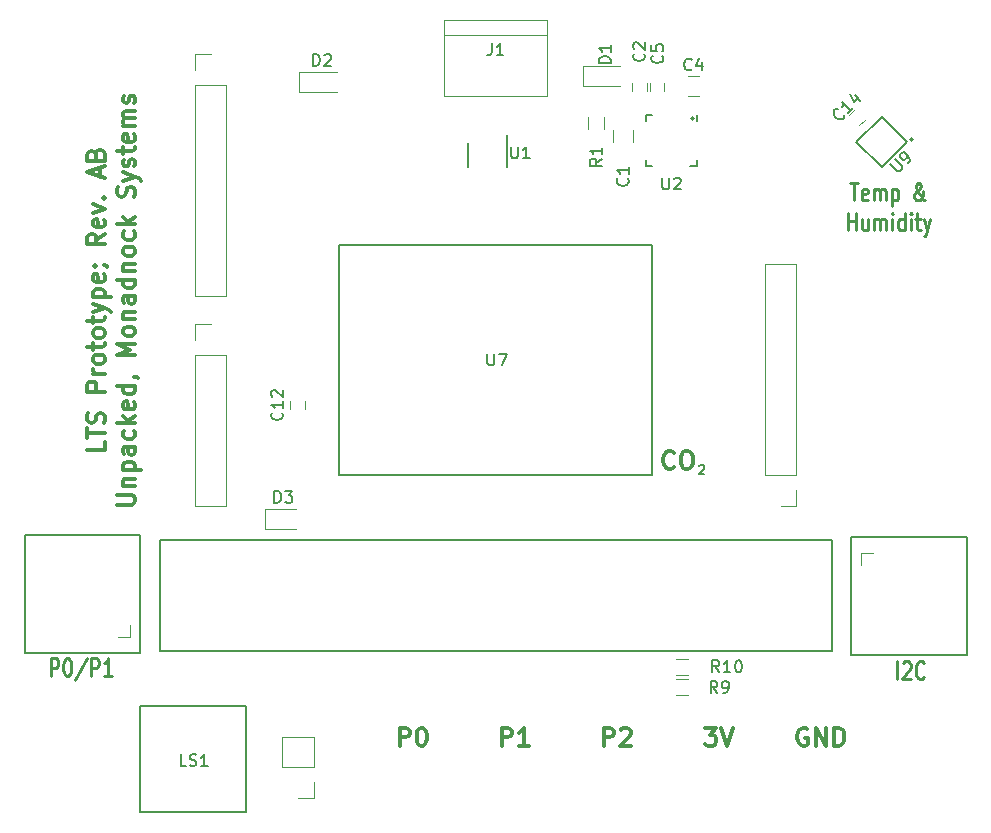
<source format=gto>
G04 #@! TF.FileFunction,Legend,Top*
%FSLAX46Y46*%
G04 Gerber Fmt 4.6, Leading zero omitted, Abs format (unit mm)*
G04 Created by KiCad (PCBNEW 4.0.7) date Wed Mar 14 11:03:06 2018*
%MOMM*%
%LPD*%
G01*
G04 APERTURE LIST*
%ADD10C,0.025400*%
%ADD11C,0.285750*%
%ADD12C,0.254000*%
%ADD13C,0.200000*%
%ADD14C,0.300000*%
%ADD15C,0.190500*%
%ADD16C,0.150000*%
%ADD17C,0.120000*%
G04 APERTURE END LIST*
D10*
D11*
X160009100Y-82521096D02*
X160662243Y-82521096D01*
X160335672Y-84021096D02*
X160335672Y-82521096D01*
X161478671Y-83949668D02*
X161369814Y-84021096D01*
X161152100Y-84021096D01*
X161043243Y-83949668D01*
X160988814Y-83806811D01*
X160988814Y-83235382D01*
X161043243Y-83092525D01*
X161152100Y-83021096D01*
X161369814Y-83021096D01*
X161478671Y-83092525D01*
X161533100Y-83235382D01*
X161533100Y-83378239D01*
X160988814Y-83521096D01*
X162022957Y-84021096D02*
X162022957Y-83021096D01*
X162022957Y-83163954D02*
X162077385Y-83092525D01*
X162186243Y-83021096D01*
X162349528Y-83021096D01*
X162458385Y-83092525D01*
X162512814Y-83235382D01*
X162512814Y-84021096D01*
X162512814Y-83235382D02*
X162567243Y-83092525D01*
X162676100Y-83021096D01*
X162839385Y-83021096D01*
X162948243Y-83092525D01*
X163002671Y-83235382D01*
X163002671Y-84021096D01*
X163546957Y-83021096D02*
X163546957Y-84521096D01*
X163546957Y-83092525D02*
X163655814Y-83021096D01*
X163873528Y-83021096D01*
X163982385Y-83092525D01*
X164036814Y-83163954D01*
X164091243Y-83306811D01*
X164091243Y-83735382D01*
X164036814Y-83878239D01*
X163982385Y-83949668D01*
X163873528Y-84021096D01*
X163655814Y-84021096D01*
X163546957Y-83949668D01*
X166377243Y-84021096D02*
X166322814Y-84021096D01*
X166213957Y-83949668D01*
X166050671Y-83735382D01*
X165778528Y-83306811D01*
X165669671Y-83092525D01*
X165615243Y-82878239D01*
X165615243Y-82735382D01*
X165669671Y-82592525D01*
X165778528Y-82521096D01*
X165832957Y-82521096D01*
X165941814Y-82592525D01*
X165996243Y-82735382D01*
X165996243Y-82806811D01*
X165941814Y-82949668D01*
X165887385Y-83021096D01*
X165560814Y-83306811D01*
X165506385Y-83378239D01*
X165451957Y-83521096D01*
X165451957Y-83735382D01*
X165506385Y-83878239D01*
X165560814Y-83949668D01*
X165669671Y-84021096D01*
X165832957Y-84021096D01*
X165941814Y-83949668D01*
X165996243Y-83878239D01*
X166159528Y-83592525D01*
X166213957Y-83378239D01*
X166213957Y-83235382D01*
X159818600Y-86556846D02*
X159818600Y-85056846D01*
X159818600Y-85771132D02*
X160471743Y-85771132D01*
X160471743Y-86556846D02*
X160471743Y-85056846D01*
X161505886Y-85556846D02*
X161505886Y-86556846D01*
X161016029Y-85556846D02*
X161016029Y-86342561D01*
X161070457Y-86485418D01*
X161179315Y-86556846D01*
X161342600Y-86556846D01*
X161451457Y-86485418D01*
X161505886Y-86413989D01*
X162050172Y-86556846D02*
X162050172Y-85556846D01*
X162050172Y-85699704D02*
X162104600Y-85628275D01*
X162213458Y-85556846D01*
X162376743Y-85556846D01*
X162485600Y-85628275D01*
X162540029Y-85771132D01*
X162540029Y-86556846D01*
X162540029Y-85771132D02*
X162594458Y-85628275D01*
X162703315Y-85556846D01*
X162866600Y-85556846D01*
X162975458Y-85628275D01*
X163029886Y-85771132D01*
X163029886Y-86556846D01*
X163574172Y-86556846D02*
X163574172Y-85556846D01*
X163574172Y-85056846D02*
X163519743Y-85128275D01*
X163574172Y-85199704D01*
X163628600Y-85128275D01*
X163574172Y-85056846D01*
X163574172Y-85199704D01*
X164608315Y-86556846D02*
X164608315Y-85056846D01*
X164608315Y-86485418D02*
X164499458Y-86556846D01*
X164281744Y-86556846D01*
X164172886Y-86485418D01*
X164118458Y-86413989D01*
X164064029Y-86271132D01*
X164064029Y-85842561D01*
X164118458Y-85699704D01*
X164172886Y-85628275D01*
X164281744Y-85556846D01*
X164499458Y-85556846D01*
X164608315Y-85628275D01*
X165152601Y-86556846D02*
X165152601Y-85556846D01*
X165152601Y-85056846D02*
X165098172Y-85128275D01*
X165152601Y-85199704D01*
X165207029Y-85128275D01*
X165152601Y-85056846D01*
X165152601Y-85199704D01*
X165533601Y-85556846D02*
X165969030Y-85556846D01*
X165696887Y-85056846D02*
X165696887Y-86342561D01*
X165751315Y-86485418D01*
X165860173Y-86556846D01*
X165969030Y-86556846D01*
X166241173Y-85556846D02*
X166513316Y-86556846D01*
X166785458Y-85556846D02*
X166513316Y-86556846D01*
X166404458Y-86913989D01*
X166350030Y-86985418D01*
X166241173Y-87056846D01*
D12*
X92309458Y-124288971D02*
X92309458Y-122788971D01*
X92744886Y-122788971D01*
X92853744Y-122860400D01*
X92908172Y-122931829D01*
X92962601Y-123074686D01*
X92962601Y-123288971D01*
X92908172Y-123431829D01*
X92853744Y-123503257D01*
X92744886Y-123574686D01*
X92309458Y-123574686D01*
X93670172Y-122788971D02*
X93779029Y-122788971D01*
X93887886Y-122860400D01*
X93942315Y-122931829D01*
X93996744Y-123074686D01*
X94051172Y-123360400D01*
X94051172Y-123717543D01*
X93996744Y-124003257D01*
X93942315Y-124146114D01*
X93887886Y-124217543D01*
X93779029Y-124288971D01*
X93670172Y-124288971D01*
X93561315Y-124217543D01*
X93506886Y-124146114D01*
X93452458Y-124003257D01*
X93398029Y-123717543D01*
X93398029Y-123360400D01*
X93452458Y-123074686D01*
X93506886Y-122931829D01*
X93561315Y-122860400D01*
X93670172Y-122788971D01*
X95357457Y-122717543D02*
X94377743Y-124646114D01*
X95738458Y-124288971D02*
X95738458Y-122788971D01*
X96173886Y-122788971D01*
X96282744Y-122860400D01*
X96337172Y-122931829D01*
X96391601Y-123074686D01*
X96391601Y-123288971D01*
X96337172Y-123431829D01*
X96282744Y-123503257D01*
X96173886Y-123574686D01*
X95738458Y-123574686D01*
X97480172Y-124288971D02*
X96827029Y-124288971D01*
X97153601Y-124288971D02*
X97153601Y-122788971D01*
X97044744Y-123003257D01*
X96935886Y-123146114D01*
X96827029Y-123217543D01*
D11*
X163981815Y-124548971D02*
X163981815Y-123048971D01*
X164471672Y-123191829D02*
X164526101Y-123120400D01*
X164634958Y-123048971D01*
X164907101Y-123048971D01*
X165015958Y-123120400D01*
X165070387Y-123191829D01*
X165124815Y-123334686D01*
X165124815Y-123477543D01*
X165070387Y-123691829D01*
X164417244Y-124548971D01*
X165124815Y-124548971D01*
X166267815Y-124406114D02*
X166213386Y-124477543D01*
X166050100Y-124548971D01*
X165941243Y-124548971D01*
X165777958Y-124477543D01*
X165669100Y-124334686D01*
X165614672Y-124191829D01*
X165560243Y-123906114D01*
X165560243Y-123691829D01*
X165614672Y-123406114D01*
X165669100Y-123263257D01*
X165777958Y-123120400D01*
X165941243Y-123048971D01*
X166050100Y-123048971D01*
X166213386Y-123120400D01*
X166267815Y-123191829D01*
D13*
X165309544Y-78873668D02*
G75*
G03X165309544Y-78873668I-127001J0D01*
G01*
X146772000Y-77049000D02*
G75*
G03X146772000Y-77049000I-127000J0D01*
G01*
D14*
X96903571Y-104428570D02*
X96903571Y-105142856D01*
X95403571Y-105142856D01*
X95403571Y-104142856D02*
X95403571Y-103285713D01*
X96903571Y-103714284D02*
X95403571Y-103714284D01*
X96832143Y-102857142D02*
X96903571Y-102642856D01*
X96903571Y-102285713D01*
X96832143Y-102142856D01*
X96760714Y-102071427D01*
X96617857Y-101999999D01*
X96475000Y-101999999D01*
X96332143Y-102071427D01*
X96260714Y-102142856D01*
X96189286Y-102285713D01*
X96117857Y-102571427D01*
X96046429Y-102714285D01*
X95975000Y-102785713D01*
X95832143Y-102857142D01*
X95689286Y-102857142D01*
X95546429Y-102785713D01*
X95475000Y-102714285D01*
X95403571Y-102571427D01*
X95403571Y-102214285D01*
X95475000Y-101999999D01*
X96903571Y-100214285D02*
X95403571Y-100214285D01*
X95403571Y-99642857D01*
X95475000Y-99499999D01*
X95546429Y-99428571D01*
X95689286Y-99357142D01*
X95903571Y-99357142D01*
X96046429Y-99428571D01*
X96117857Y-99499999D01*
X96189286Y-99642857D01*
X96189286Y-100214285D01*
X96903571Y-98714285D02*
X95903571Y-98714285D01*
X96189286Y-98714285D02*
X96046429Y-98642857D01*
X95975000Y-98571428D01*
X95903571Y-98428571D01*
X95903571Y-98285714D01*
X96903571Y-97571428D02*
X96832143Y-97714286D01*
X96760714Y-97785714D01*
X96617857Y-97857143D01*
X96189286Y-97857143D01*
X96046429Y-97785714D01*
X95975000Y-97714286D01*
X95903571Y-97571428D01*
X95903571Y-97357143D01*
X95975000Y-97214286D01*
X96046429Y-97142857D01*
X96189286Y-97071428D01*
X96617857Y-97071428D01*
X96760714Y-97142857D01*
X96832143Y-97214286D01*
X96903571Y-97357143D01*
X96903571Y-97571428D01*
X95903571Y-96642857D02*
X95903571Y-96071428D01*
X95403571Y-96428571D02*
X96689286Y-96428571D01*
X96832143Y-96357143D01*
X96903571Y-96214285D01*
X96903571Y-96071428D01*
X96903571Y-95357142D02*
X96832143Y-95500000D01*
X96760714Y-95571428D01*
X96617857Y-95642857D01*
X96189286Y-95642857D01*
X96046429Y-95571428D01*
X95975000Y-95500000D01*
X95903571Y-95357142D01*
X95903571Y-95142857D01*
X95975000Y-95000000D01*
X96046429Y-94928571D01*
X96189286Y-94857142D01*
X96617857Y-94857142D01*
X96760714Y-94928571D01*
X96832143Y-95000000D01*
X96903571Y-95142857D01*
X96903571Y-95357142D01*
X95903571Y-94428571D02*
X95903571Y-93857142D01*
X95403571Y-94214285D02*
X96689286Y-94214285D01*
X96832143Y-94142857D01*
X96903571Y-93999999D01*
X96903571Y-93857142D01*
X95903571Y-93499999D02*
X96903571Y-93142856D01*
X95903571Y-92785714D02*
X96903571Y-93142856D01*
X97260714Y-93285714D01*
X97332143Y-93357142D01*
X97403571Y-93499999D01*
X95903571Y-92214285D02*
X97403571Y-92214285D01*
X95975000Y-92214285D02*
X95903571Y-92071428D01*
X95903571Y-91785714D01*
X95975000Y-91642857D01*
X96046429Y-91571428D01*
X96189286Y-91499999D01*
X96617857Y-91499999D01*
X96760714Y-91571428D01*
X96832143Y-91642857D01*
X96903571Y-91785714D01*
X96903571Y-92071428D01*
X96832143Y-92214285D01*
X96832143Y-90285714D02*
X96903571Y-90428571D01*
X96903571Y-90714285D01*
X96832143Y-90857142D01*
X96689286Y-90928571D01*
X96117857Y-90928571D01*
X95975000Y-90857142D01*
X95903571Y-90714285D01*
X95903571Y-90428571D01*
X95975000Y-90285714D01*
X96117857Y-90214285D01*
X96260714Y-90214285D01*
X96403571Y-90928571D01*
X96832143Y-89500000D02*
X96903571Y-89500000D01*
X97046429Y-89571428D01*
X97117857Y-89642857D01*
X95975000Y-89571428D02*
X96046429Y-89500000D01*
X96117857Y-89571428D01*
X96046429Y-89642857D01*
X95975000Y-89571428D01*
X96117857Y-89571428D01*
X96903571Y-86857142D02*
X96189286Y-87357142D01*
X96903571Y-87714285D02*
X95403571Y-87714285D01*
X95403571Y-87142857D01*
X95475000Y-86999999D01*
X95546429Y-86928571D01*
X95689286Y-86857142D01*
X95903571Y-86857142D01*
X96046429Y-86928571D01*
X96117857Y-86999999D01*
X96189286Y-87142857D01*
X96189286Y-87714285D01*
X96832143Y-85642857D02*
X96903571Y-85785714D01*
X96903571Y-86071428D01*
X96832143Y-86214285D01*
X96689286Y-86285714D01*
X96117857Y-86285714D01*
X95975000Y-86214285D01*
X95903571Y-86071428D01*
X95903571Y-85785714D01*
X95975000Y-85642857D01*
X96117857Y-85571428D01*
X96260714Y-85571428D01*
X96403571Y-86285714D01*
X95903571Y-85071428D02*
X96903571Y-84714285D01*
X95903571Y-84357143D01*
X96760714Y-83785714D02*
X96832143Y-83714286D01*
X96903571Y-83785714D01*
X96832143Y-83857143D01*
X96760714Y-83785714D01*
X96903571Y-83785714D01*
X96475000Y-82000000D02*
X96475000Y-81285714D01*
X96903571Y-82142857D02*
X95403571Y-81642857D01*
X96903571Y-81142857D01*
X96117857Y-80142857D02*
X96189286Y-79928571D01*
X96260714Y-79857143D01*
X96403571Y-79785714D01*
X96617857Y-79785714D01*
X96760714Y-79857143D01*
X96832143Y-79928571D01*
X96903571Y-80071429D01*
X96903571Y-80642857D01*
X95403571Y-80642857D01*
X95403571Y-80142857D01*
X95475000Y-80000000D01*
X95546429Y-79928571D01*
X95689286Y-79857143D01*
X95832143Y-79857143D01*
X95975000Y-79928571D01*
X96046429Y-80000000D01*
X96117857Y-80142857D01*
X96117857Y-80642857D01*
X97953571Y-109785715D02*
X99167857Y-109785715D01*
X99310714Y-109714287D01*
X99382143Y-109642858D01*
X99453571Y-109500001D01*
X99453571Y-109214287D01*
X99382143Y-109071429D01*
X99310714Y-109000001D01*
X99167857Y-108928572D01*
X97953571Y-108928572D01*
X98453571Y-108214286D02*
X99453571Y-108214286D01*
X98596429Y-108214286D02*
X98525000Y-108142858D01*
X98453571Y-108000000D01*
X98453571Y-107785715D01*
X98525000Y-107642858D01*
X98667857Y-107571429D01*
X99453571Y-107571429D01*
X98453571Y-106857143D02*
X99953571Y-106857143D01*
X98525000Y-106857143D02*
X98453571Y-106714286D01*
X98453571Y-106428572D01*
X98525000Y-106285715D01*
X98596429Y-106214286D01*
X98739286Y-106142857D01*
X99167857Y-106142857D01*
X99310714Y-106214286D01*
X99382143Y-106285715D01*
X99453571Y-106428572D01*
X99453571Y-106714286D01*
X99382143Y-106857143D01*
X99453571Y-104857143D02*
X98667857Y-104857143D01*
X98525000Y-104928572D01*
X98453571Y-105071429D01*
X98453571Y-105357143D01*
X98525000Y-105500000D01*
X99382143Y-104857143D02*
X99453571Y-105000000D01*
X99453571Y-105357143D01*
X99382143Y-105500000D01*
X99239286Y-105571429D01*
X99096429Y-105571429D01*
X98953571Y-105500000D01*
X98882143Y-105357143D01*
X98882143Y-105000000D01*
X98810714Y-104857143D01*
X99382143Y-103500000D02*
X99453571Y-103642857D01*
X99453571Y-103928571D01*
X99382143Y-104071429D01*
X99310714Y-104142857D01*
X99167857Y-104214286D01*
X98739286Y-104214286D01*
X98596429Y-104142857D01*
X98525000Y-104071429D01*
X98453571Y-103928571D01*
X98453571Y-103642857D01*
X98525000Y-103500000D01*
X99453571Y-102857143D02*
X97953571Y-102857143D01*
X98882143Y-102714286D02*
X99453571Y-102285715D01*
X98453571Y-102285715D02*
X99025000Y-102857143D01*
X99382143Y-101071429D02*
X99453571Y-101214286D01*
X99453571Y-101500000D01*
X99382143Y-101642857D01*
X99239286Y-101714286D01*
X98667857Y-101714286D01*
X98525000Y-101642857D01*
X98453571Y-101500000D01*
X98453571Y-101214286D01*
X98525000Y-101071429D01*
X98667857Y-101000000D01*
X98810714Y-101000000D01*
X98953571Y-101714286D01*
X99453571Y-99714286D02*
X97953571Y-99714286D01*
X99382143Y-99714286D02*
X99453571Y-99857143D01*
X99453571Y-100142857D01*
X99382143Y-100285715D01*
X99310714Y-100357143D01*
X99167857Y-100428572D01*
X98739286Y-100428572D01*
X98596429Y-100357143D01*
X98525000Y-100285715D01*
X98453571Y-100142857D01*
X98453571Y-99857143D01*
X98525000Y-99714286D01*
X99382143Y-98928572D02*
X99453571Y-98928572D01*
X99596429Y-99000000D01*
X99667857Y-99071429D01*
X99453571Y-97142857D02*
X97953571Y-97142857D01*
X99025000Y-96642857D01*
X97953571Y-96142857D01*
X99453571Y-96142857D01*
X99453571Y-95214285D02*
X99382143Y-95357143D01*
X99310714Y-95428571D01*
X99167857Y-95500000D01*
X98739286Y-95500000D01*
X98596429Y-95428571D01*
X98525000Y-95357143D01*
X98453571Y-95214285D01*
X98453571Y-95000000D01*
X98525000Y-94857143D01*
X98596429Y-94785714D01*
X98739286Y-94714285D01*
X99167857Y-94714285D01*
X99310714Y-94785714D01*
X99382143Y-94857143D01*
X99453571Y-95000000D01*
X99453571Y-95214285D01*
X98453571Y-94071428D02*
X99453571Y-94071428D01*
X98596429Y-94071428D02*
X98525000Y-94000000D01*
X98453571Y-93857142D01*
X98453571Y-93642857D01*
X98525000Y-93500000D01*
X98667857Y-93428571D01*
X99453571Y-93428571D01*
X99453571Y-92071428D02*
X98667857Y-92071428D01*
X98525000Y-92142857D01*
X98453571Y-92285714D01*
X98453571Y-92571428D01*
X98525000Y-92714285D01*
X99382143Y-92071428D02*
X99453571Y-92214285D01*
X99453571Y-92571428D01*
X99382143Y-92714285D01*
X99239286Y-92785714D01*
X99096429Y-92785714D01*
X98953571Y-92714285D01*
X98882143Y-92571428D01*
X98882143Y-92214285D01*
X98810714Y-92071428D01*
X99453571Y-90714285D02*
X97953571Y-90714285D01*
X99382143Y-90714285D02*
X99453571Y-90857142D01*
X99453571Y-91142856D01*
X99382143Y-91285714D01*
X99310714Y-91357142D01*
X99167857Y-91428571D01*
X98739286Y-91428571D01*
X98596429Y-91357142D01*
X98525000Y-91285714D01*
X98453571Y-91142856D01*
X98453571Y-90857142D01*
X98525000Y-90714285D01*
X98453571Y-89999999D02*
X99453571Y-89999999D01*
X98596429Y-89999999D02*
X98525000Y-89928571D01*
X98453571Y-89785713D01*
X98453571Y-89571428D01*
X98525000Y-89428571D01*
X98667857Y-89357142D01*
X99453571Y-89357142D01*
X99453571Y-88428570D02*
X99382143Y-88571428D01*
X99310714Y-88642856D01*
X99167857Y-88714285D01*
X98739286Y-88714285D01*
X98596429Y-88642856D01*
X98525000Y-88571428D01*
X98453571Y-88428570D01*
X98453571Y-88214285D01*
X98525000Y-88071428D01*
X98596429Y-87999999D01*
X98739286Y-87928570D01*
X99167857Y-87928570D01*
X99310714Y-87999999D01*
X99382143Y-88071428D01*
X99453571Y-88214285D01*
X99453571Y-88428570D01*
X99382143Y-86642856D02*
X99453571Y-86785713D01*
X99453571Y-87071427D01*
X99382143Y-87214285D01*
X99310714Y-87285713D01*
X99167857Y-87357142D01*
X98739286Y-87357142D01*
X98596429Y-87285713D01*
X98525000Y-87214285D01*
X98453571Y-87071427D01*
X98453571Y-86785713D01*
X98525000Y-86642856D01*
X99453571Y-85999999D02*
X97953571Y-85999999D01*
X98882143Y-85857142D02*
X99453571Y-85428571D01*
X98453571Y-85428571D02*
X99025000Y-85999999D01*
X99382143Y-83714285D02*
X99453571Y-83499999D01*
X99453571Y-83142856D01*
X99382143Y-82999999D01*
X99310714Y-82928570D01*
X99167857Y-82857142D01*
X99025000Y-82857142D01*
X98882143Y-82928570D01*
X98810714Y-82999999D01*
X98739286Y-83142856D01*
X98667857Y-83428570D01*
X98596429Y-83571428D01*
X98525000Y-83642856D01*
X98382143Y-83714285D01*
X98239286Y-83714285D01*
X98096429Y-83642856D01*
X98025000Y-83571428D01*
X97953571Y-83428570D01*
X97953571Y-83071428D01*
X98025000Y-82857142D01*
X98453571Y-82357142D02*
X99453571Y-81999999D01*
X98453571Y-81642857D02*
X99453571Y-81999999D01*
X99810714Y-82142857D01*
X99882143Y-82214285D01*
X99953571Y-82357142D01*
X99382143Y-81142857D02*
X99453571Y-81000000D01*
X99453571Y-80714285D01*
X99382143Y-80571428D01*
X99239286Y-80500000D01*
X99167857Y-80500000D01*
X99025000Y-80571428D01*
X98953571Y-80714285D01*
X98953571Y-80928571D01*
X98882143Y-81071428D01*
X98739286Y-81142857D01*
X98667857Y-81142857D01*
X98525000Y-81071428D01*
X98453571Y-80928571D01*
X98453571Y-80714285D01*
X98525000Y-80571428D01*
X98453571Y-80071428D02*
X98453571Y-79499999D01*
X97953571Y-79857142D02*
X99239286Y-79857142D01*
X99382143Y-79785714D01*
X99453571Y-79642856D01*
X99453571Y-79499999D01*
X99382143Y-78428571D02*
X99453571Y-78571428D01*
X99453571Y-78857142D01*
X99382143Y-78999999D01*
X99239286Y-79071428D01*
X98667857Y-79071428D01*
X98525000Y-78999999D01*
X98453571Y-78857142D01*
X98453571Y-78571428D01*
X98525000Y-78428571D01*
X98667857Y-78357142D01*
X98810714Y-78357142D01*
X98953571Y-79071428D01*
X99453571Y-77714285D02*
X98453571Y-77714285D01*
X98596429Y-77714285D02*
X98525000Y-77642857D01*
X98453571Y-77499999D01*
X98453571Y-77285714D01*
X98525000Y-77142857D01*
X98667857Y-77071428D01*
X99453571Y-77071428D01*
X98667857Y-77071428D02*
X98525000Y-76999999D01*
X98453571Y-76857142D01*
X98453571Y-76642857D01*
X98525000Y-76499999D01*
X98667857Y-76428571D01*
X99453571Y-76428571D01*
X99382143Y-75785714D02*
X99453571Y-75642857D01*
X99453571Y-75357142D01*
X99382143Y-75214285D01*
X99239286Y-75142857D01*
X99167857Y-75142857D01*
X99025000Y-75214285D01*
X98953571Y-75357142D01*
X98953571Y-75571428D01*
X98882143Y-75714285D01*
X98739286Y-75785714D01*
X98667857Y-75785714D01*
X98525000Y-75714285D01*
X98453571Y-75571428D01*
X98453571Y-75357142D01*
X98525000Y-75214285D01*
X156377143Y-128750000D02*
X156234286Y-128678571D01*
X156020000Y-128678571D01*
X155805715Y-128750000D01*
X155662857Y-128892857D01*
X155591429Y-129035714D01*
X155520000Y-129321429D01*
X155520000Y-129535714D01*
X155591429Y-129821429D01*
X155662857Y-129964286D01*
X155805715Y-130107143D01*
X156020000Y-130178571D01*
X156162857Y-130178571D01*
X156377143Y-130107143D01*
X156448572Y-130035714D01*
X156448572Y-129535714D01*
X156162857Y-129535714D01*
X157091429Y-130178571D02*
X157091429Y-128678571D01*
X157948572Y-130178571D01*
X157948572Y-128678571D01*
X158662858Y-130178571D02*
X158662858Y-128678571D01*
X159020001Y-128678571D01*
X159234286Y-128750000D01*
X159377144Y-128892857D01*
X159448572Y-129035714D01*
X159520001Y-129321429D01*
X159520001Y-129535714D01*
X159448572Y-129821429D01*
X159377144Y-129964286D01*
X159234286Y-130107143D01*
X159020001Y-130178571D01*
X158662858Y-130178571D01*
X147741144Y-128678571D02*
X148669715Y-128678571D01*
X148169715Y-129250000D01*
X148384001Y-129250000D01*
X148526858Y-129321429D01*
X148598287Y-129392857D01*
X148669715Y-129535714D01*
X148669715Y-129892857D01*
X148598287Y-130035714D01*
X148526858Y-130107143D01*
X148384001Y-130178571D01*
X147955429Y-130178571D01*
X147812572Y-130107143D01*
X147741144Y-130035714D01*
X149098286Y-128678571D02*
X149598286Y-130178571D01*
X150098286Y-128678571D01*
X139140858Y-130178571D02*
X139140858Y-128678571D01*
X139712286Y-128678571D01*
X139855144Y-128750000D01*
X139926572Y-128821429D01*
X139998001Y-128964286D01*
X139998001Y-129178571D01*
X139926572Y-129321429D01*
X139855144Y-129392857D01*
X139712286Y-129464286D01*
X139140858Y-129464286D01*
X140569429Y-128821429D02*
X140640858Y-128750000D01*
X140783715Y-128678571D01*
X141140858Y-128678571D01*
X141283715Y-128750000D01*
X141355144Y-128821429D01*
X141426572Y-128964286D01*
X141426572Y-129107143D01*
X141355144Y-129321429D01*
X140498001Y-130178571D01*
X141426572Y-130178571D01*
X130504858Y-130178571D02*
X130504858Y-128678571D01*
X131076286Y-128678571D01*
X131219144Y-128750000D01*
X131290572Y-128821429D01*
X131362001Y-128964286D01*
X131362001Y-129178571D01*
X131290572Y-129321429D01*
X131219144Y-129392857D01*
X131076286Y-129464286D01*
X130504858Y-129464286D01*
X132790572Y-130178571D02*
X131933429Y-130178571D01*
X132362001Y-130178571D02*
X132362001Y-128678571D01*
X132219144Y-128892857D01*
X132076286Y-129035714D01*
X131933429Y-129107143D01*
X121868858Y-130178571D02*
X121868858Y-128678571D01*
X122440286Y-128678571D01*
X122583144Y-128750000D01*
X122654572Y-128821429D01*
X122726001Y-128964286D01*
X122726001Y-129178571D01*
X122654572Y-129321429D01*
X122583144Y-129392857D01*
X122440286Y-129464286D01*
X121868858Y-129464286D01*
X123654572Y-128678571D02*
X123797429Y-128678571D01*
X123940286Y-128750000D01*
X124011715Y-128821429D01*
X124083144Y-128964286D01*
X124154572Y-129250000D01*
X124154572Y-129607143D01*
X124083144Y-129892857D01*
X124011715Y-130035714D01*
X123940286Y-130107143D01*
X123797429Y-130178571D01*
X123654572Y-130178571D01*
X123511715Y-130107143D01*
X123440286Y-130035714D01*
X123368858Y-129892857D01*
X123297429Y-129607143D01*
X123297429Y-129250000D01*
X123368858Y-128964286D01*
X123440286Y-128821429D01*
X123511715Y-128750000D01*
X123654572Y-128678571D01*
D15*
X147230286Y-106470886D02*
X147266572Y-106434600D01*
X147339143Y-106398314D01*
X147520572Y-106398314D01*
X147593143Y-106434600D01*
X147629429Y-106470886D01*
X147665714Y-106543457D01*
X147665714Y-106616029D01*
X147629429Y-106724886D01*
X147194000Y-107160314D01*
X147665714Y-107160314D01*
D14*
X145094572Y-106589314D02*
X145023143Y-106660743D01*
X144808857Y-106732171D01*
X144666000Y-106732171D01*
X144451715Y-106660743D01*
X144308857Y-106517886D01*
X144237429Y-106375029D01*
X144166000Y-106089314D01*
X144166000Y-105875029D01*
X144237429Y-105589314D01*
X144308857Y-105446457D01*
X144451715Y-105303600D01*
X144666000Y-105232171D01*
X144808857Y-105232171D01*
X145023143Y-105303600D01*
X145094572Y-105375029D01*
X146023143Y-105232171D02*
X146308857Y-105232171D01*
X146451715Y-105303600D01*
X146594572Y-105446457D01*
X146666000Y-105732171D01*
X146666000Y-106232171D01*
X146594572Y-106517886D01*
X146451715Y-106660743D01*
X146308857Y-106732171D01*
X146023143Y-106732171D01*
X145880286Y-106660743D01*
X145737429Y-106517886D01*
X145666000Y-106232171D01*
X145666000Y-105732171D01*
X145737429Y-105446457D01*
X145880286Y-105303600D01*
X146023143Y-105232171D01*
D16*
X127625000Y-79150000D02*
X127625000Y-81200000D01*
X130925000Y-78445000D02*
X130925000Y-81200000D01*
X143250000Y-107250000D02*
X143250000Y-87750000D01*
X116740000Y-107250000D02*
X116750000Y-87750000D01*
X116750000Y-107250000D02*
X143250000Y-107250000D01*
X116750000Y-87750000D02*
X143250000Y-87750000D01*
X158448000Y-112801000D02*
X101552000Y-112801000D01*
X158448000Y-122199000D02*
X158448000Y-112801000D01*
X101552000Y-122199000D02*
X158448000Y-122199000D01*
X101552000Y-112801000D02*
X101552000Y-122199000D01*
D17*
X141653000Y-79073001D02*
X141653000Y-78073001D01*
X139953000Y-78073001D02*
X139953000Y-79073001D01*
X141574601Y-74732000D02*
X141574601Y-74032000D01*
X142774601Y-74032000D02*
X142774601Y-74732000D01*
X147246602Y-73481200D02*
X146246602Y-73481200D01*
X146246602Y-75181200D02*
X147246602Y-75181200D01*
X143073202Y-74732000D02*
X143073202Y-74032000D01*
X144273202Y-74032000D02*
X144273202Y-74732000D01*
X112607600Y-101690400D02*
X112607600Y-100990400D01*
X113807600Y-100990400D02*
X113807600Y-101690400D01*
X159930862Y-76811037D02*
X160425836Y-76316063D01*
X161274364Y-77164591D02*
X160779390Y-77659565D01*
X137379000Y-72643000D02*
X137379000Y-74343000D01*
X137379000Y-74343000D02*
X140529000Y-74343000D01*
X137379000Y-72643000D02*
X140529000Y-72643000D01*
X139196999Y-76930000D02*
X139196999Y-77930000D01*
X137836999Y-77930000D02*
X137836999Y-76930000D01*
X146250000Y-125930000D02*
X145250000Y-125930000D01*
X145250000Y-124570000D02*
X146250000Y-124570000D01*
X146250000Y-124180000D02*
X145250000Y-124180000D01*
X145250000Y-122820000D02*
X146250000Y-122820000D01*
X113372500Y-73174500D02*
X113372500Y-74874500D01*
X113372500Y-74874500D02*
X116522500Y-74874500D01*
X113372500Y-73174500D02*
X116522500Y-73174500D01*
D16*
X99894000Y-135818000D02*
X99894000Y-126818000D01*
X108894000Y-135818000D02*
X99894000Y-135818000D01*
X108894000Y-126818000D02*
X108894000Y-135818000D01*
X99894000Y-126818000D02*
X108894000Y-126818000D01*
X147002000Y-81089001D02*
X146477000Y-81089001D01*
X142702000Y-76789001D02*
X143227000Y-76789001D01*
X142702000Y-81089001D02*
X143227000Y-81089001D01*
X147002000Y-76789001D02*
X147002000Y-77314001D01*
X142702000Y-76789001D02*
X142702000Y-77314001D01*
X142702000Y-81089001D02*
X142702000Y-80564001D01*
X147002000Y-81089001D02*
X147002000Y-80564001D01*
D17*
X114580000Y-129420000D02*
X111920000Y-129420000D01*
X114580000Y-132020000D02*
X114580000Y-129420000D01*
X111920000Y-132020000D02*
X111920000Y-129420000D01*
X114580000Y-132020000D02*
X111920000Y-132020000D01*
X114580000Y-133290000D02*
X114580000Y-134620000D01*
X114580000Y-134620000D02*
X113250000Y-134620000D01*
X134325000Y-68770000D02*
X125625000Y-68770000D01*
X134325000Y-75180000D02*
X125625000Y-75180000D01*
X125625000Y-75180000D02*
X125625000Y-68770000D01*
X125625000Y-70000000D02*
X134325000Y-70000000D01*
X134325000Y-68770000D02*
X134325000Y-75180000D01*
X110500000Y-110150000D02*
X110500000Y-111850000D01*
X110500000Y-111850000D02*
X113050000Y-111850000D01*
X110500000Y-110150000D02*
X113050000Y-110150000D01*
D16*
X99900000Y-112348000D02*
X99900000Y-122348000D01*
X90100000Y-112348000D02*
X99900000Y-112348000D01*
X90100000Y-122348000D02*
X90100000Y-112348000D01*
X99900000Y-122348000D02*
X90100000Y-122348000D01*
D17*
X99050000Y-119998000D02*
X99050000Y-120998000D01*
X99050000Y-120998000D02*
X98050000Y-120998000D01*
D16*
X160100000Y-122500000D02*
X160100000Y-112500000D01*
X169900000Y-122500000D02*
X160100000Y-122500000D01*
X169900000Y-112500000D02*
X169900000Y-122500000D01*
X160100000Y-112500000D02*
X169900000Y-112500000D01*
D17*
X160950000Y-114850000D02*
X160950000Y-113850000D01*
X160950000Y-113850000D02*
X161950000Y-113850000D01*
D16*
X162663829Y-76927711D02*
X164785149Y-79049031D01*
X160542509Y-79049031D02*
X162663829Y-76927711D01*
X162663829Y-81170351D02*
X160542509Y-79049031D01*
X164785149Y-79049031D02*
X162663829Y-81170351D01*
D17*
X155460000Y-89435000D02*
X152800000Y-89435000D01*
X155460000Y-107275000D02*
X155460000Y-89435000D01*
X152800000Y-107275000D02*
X152800000Y-89435000D01*
X155460000Y-107275000D02*
X152800000Y-107275000D01*
X155460000Y-108545000D02*
X155460000Y-109875000D01*
X155460000Y-109875000D02*
X154130000Y-109875000D01*
X104540000Y-92095000D02*
X107200000Y-92095000D01*
X104540000Y-74255000D02*
X104540000Y-92095000D01*
X107200000Y-74255000D02*
X107200000Y-92095000D01*
X104540000Y-74255000D02*
X107200000Y-74255000D01*
X104540000Y-72985000D02*
X104540000Y-71655000D01*
X104540000Y-71655000D02*
X105870000Y-71655000D01*
X104540000Y-109874999D02*
X107200000Y-109874999D01*
X104540000Y-97114999D02*
X104540000Y-109874999D01*
X107200000Y-97114999D02*
X107200000Y-109874999D01*
X104540000Y-97114999D02*
X107200000Y-97114999D01*
X104540000Y-95844999D02*
X104540000Y-94514999D01*
X104540000Y-94514999D02*
X105870000Y-94514999D01*
D16*
X131305695Y-79462781D02*
X131305695Y-80272305D01*
X131353314Y-80367543D01*
X131400933Y-80415162D01*
X131496171Y-80462781D01*
X131686648Y-80462781D01*
X131781886Y-80415162D01*
X131829505Y-80367543D01*
X131877124Y-80272305D01*
X131877124Y-79462781D01*
X132877124Y-80462781D02*
X132305695Y-80462781D01*
X132591409Y-80462781D02*
X132591409Y-79462781D01*
X132496171Y-79605638D01*
X132400933Y-79700876D01*
X132305695Y-79748495D01*
X129298095Y-96982381D02*
X129298095Y-97791905D01*
X129345714Y-97887143D01*
X129393333Y-97934762D01*
X129488571Y-97982381D01*
X129679048Y-97982381D01*
X129774286Y-97934762D01*
X129821905Y-97887143D01*
X129869524Y-97791905D01*
X129869524Y-96982381D01*
X130250476Y-96982381D02*
X130917143Y-96982381D01*
X130488571Y-97982381D01*
X141160143Y-82143267D02*
X141207762Y-82190886D01*
X141255381Y-82333743D01*
X141255381Y-82428981D01*
X141207762Y-82571839D01*
X141112524Y-82667077D01*
X141017286Y-82714696D01*
X140826810Y-82762315D01*
X140683952Y-82762315D01*
X140493476Y-82714696D01*
X140398238Y-82667077D01*
X140303000Y-82571839D01*
X140255381Y-82428981D01*
X140255381Y-82333743D01*
X140303000Y-82190886D01*
X140350619Y-82143267D01*
X141255381Y-81190886D02*
X141255381Y-81762315D01*
X141255381Y-81476601D02*
X140255381Y-81476601D01*
X140398238Y-81571839D01*
X140493476Y-81667077D01*
X140541095Y-81762315D01*
X142531745Y-71587066D02*
X142579364Y-71634685D01*
X142626983Y-71777542D01*
X142626983Y-71872780D01*
X142579364Y-72015638D01*
X142484126Y-72110876D01*
X142388888Y-72158495D01*
X142198412Y-72206114D01*
X142055554Y-72206114D01*
X141865078Y-72158495D01*
X141769840Y-72110876D01*
X141674602Y-72015638D01*
X141626983Y-71872780D01*
X141626983Y-71777542D01*
X141674602Y-71634685D01*
X141722221Y-71587066D01*
X141722221Y-71206114D02*
X141674602Y-71158495D01*
X141626983Y-71063257D01*
X141626983Y-70825161D01*
X141674602Y-70729923D01*
X141722221Y-70682304D01*
X141817459Y-70634685D01*
X141912697Y-70634685D01*
X142055554Y-70682304D01*
X142626983Y-71253733D01*
X142626983Y-70634685D01*
X146580934Y-72907543D02*
X146533315Y-72955162D01*
X146390458Y-73002781D01*
X146295220Y-73002781D01*
X146152362Y-72955162D01*
X146057124Y-72859924D01*
X146009505Y-72764686D01*
X145961886Y-72574210D01*
X145961886Y-72431352D01*
X146009505Y-72240876D01*
X146057124Y-72145638D01*
X146152362Y-72050400D01*
X146295220Y-72002781D01*
X146390458Y-72002781D01*
X146533315Y-72050400D01*
X146580934Y-72098019D01*
X147438077Y-72336114D02*
X147438077Y-73002781D01*
X147199981Y-71955162D02*
X146961886Y-72669448D01*
X147580934Y-72669448D01*
X144081144Y-71754666D02*
X144128763Y-71802285D01*
X144176382Y-71945142D01*
X144176382Y-72040380D01*
X144128763Y-72183238D01*
X144033525Y-72278476D01*
X143938287Y-72326095D01*
X143747811Y-72373714D01*
X143604953Y-72373714D01*
X143414477Y-72326095D01*
X143319239Y-72278476D01*
X143224001Y-72183238D01*
X143176382Y-72040380D01*
X143176382Y-71945142D01*
X143224001Y-71802285D01*
X143271620Y-71754666D01*
X143176382Y-70849904D02*
X143176382Y-71326095D01*
X143652572Y-71373714D01*
X143604953Y-71326095D01*
X143557334Y-71230857D01*
X143557334Y-70992761D01*
X143604953Y-70897523D01*
X143652572Y-70849904D01*
X143747811Y-70802285D01*
X143985906Y-70802285D01*
X144081144Y-70849904D01*
X144128763Y-70897523D01*
X144176382Y-70992761D01*
X144176382Y-71230857D01*
X144128763Y-71326095D01*
X144081144Y-71373714D01*
X111888343Y-101983257D02*
X111935962Y-102030876D01*
X111983581Y-102173733D01*
X111983581Y-102268971D01*
X111935962Y-102411829D01*
X111840724Y-102507067D01*
X111745486Y-102554686D01*
X111555010Y-102602305D01*
X111412152Y-102602305D01*
X111221676Y-102554686D01*
X111126438Y-102507067D01*
X111031200Y-102411829D01*
X110983581Y-102268971D01*
X110983581Y-102173733D01*
X111031200Y-102030876D01*
X111078819Y-101983257D01*
X111983581Y-101030876D02*
X111983581Y-101602305D01*
X111983581Y-101316591D02*
X110983581Y-101316591D01*
X111126438Y-101411829D01*
X111221676Y-101507067D01*
X111269295Y-101602305D01*
X111078819Y-100649924D02*
X111031200Y-100602305D01*
X110983581Y-100507067D01*
X110983581Y-100268971D01*
X111031200Y-100173733D01*
X111078819Y-100126114D01*
X111174057Y-100078495D01*
X111269295Y-100078495D01*
X111412152Y-100126114D01*
X111983581Y-100697543D01*
X111983581Y-100078495D01*
X159516700Y-76811038D02*
X159516700Y-76878381D01*
X159449356Y-77013068D01*
X159382013Y-77080412D01*
X159247325Y-77147756D01*
X159112638Y-77147756D01*
X159011623Y-77114084D01*
X158843265Y-77013069D01*
X158742249Y-76912053D01*
X158641234Y-76743694D01*
X158607562Y-76642679D01*
X158607562Y-76507992D01*
X158674906Y-76373305D01*
X158742249Y-76305961D01*
X158876936Y-76238618D01*
X158944280Y-76238618D01*
X160257478Y-76204946D02*
X159853417Y-76609007D01*
X160055447Y-76406977D02*
X159348340Y-75699870D01*
X159382012Y-75868229D01*
X159382012Y-76002916D01*
X159348340Y-76103931D01*
X160392165Y-75127450D02*
X160863570Y-75598855D01*
X159954432Y-75026435D02*
X160291150Y-75699870D01*
X160728883Y-75262137D01*
X139731381Y-72381095D02*
X138731381Y-72381095D01*
X138731381Y-72143000D01*
X138779000Y-72000142D01*
X138874238Y-71904904D01*
X138969476Y-71857285D01*
X139159952Y-71809666D01*
X139302810Y-71809666D01*
X139493286Y-71857285D01*
X139588524Y-71904904D01*
X139683762Y-72000142D01*
X139731381Y-72143000D01*
X139731381Y-72381095D01*
X139731381Y-70857285D02*
X139731381Y-71428714D01*
X139731381Y-71143000D02*
X138731381Y-71143000D01*
X138874238Y-71238238D01*
X138969476Y-71333476D01*
X139017095Y-71428714D01*
X138969380Y-80492266D02*
X138493189Y-80825600D01*
X138969380Y-81063695D02*
X137969380Y-81063695D01*
X137969380Y-80682742D01*
X138016999Y-80587504D01*
X138064618Y-80539885D01*
X138159856Y-80492266D01*
X138302713Y-80492266D01*
X138397951Y-80539885D01*
X138445570Y-80587504D01*
X138493189Y-80682742D01*
X138493189Y-81063695D01*
X138969380Y-79539885D02*
X138969380Y-80111314D01*
X138969380Y-79825600D02*
X137969380Y-79825600D01*
X138112237Y-79920838D01*
X138207475Y-80016076D01*
X138255094Y-80111314D01*
X148758334Y-125702381D02*
X148425000Y-125226190D01*
X148186905Y-125702381D02*
X148186905Y-124702381D01*
X148567858Y-124702381D01*
X148663096Y-124750000D01*
X148710715Y-124797619D01*
X148758334Y-124892857D01*
X148758334Y-125035714D01*
X148710715Y-125130952D01*
X148663096Y-125178571D01*
X148567858Y-125226190D01*
X148186905Y-125226190D01*
X149234524Y-125702381D02*
X149425000Y-125702381D01*
X149520239Y-125654762D01*
X149567858Y-125607143D01*
X149663096Y-125464286D01*
X149710715Y-125273810D01*
X149710715Y-124892857D01*
X149663096Y-124797619D01*
X149615477Y-124750000D01*
X149520239Y-124702381D01*
X149329762Y-124702381D01*
X149234524Y-124750000D01*
X149186905Y-124797619D01*
X149139286Y-124892857D01*
X149139286Y-125130952D01*
X149186905Y-125226190D01*
X149234524Y-125273810D01*
X149329762Y-125321429D01*
X149520239Y-125321429D01*
X149615477Y-125273810D01*
X149663096Y-125226190D01*
X149710715Y-125130952D01*
X148917143Y-123952381D02*
X148583809Y-123476190D01*
X148345714Y-123952381D02*
X148345714Y-122952381D01*
X148726667Y-122952381D01*
X148821905Y-123000000D01*
X148869524Y-123047619D01*
X148917143Y-123142857D01*
X148917143Y-123285714D01*
X148869524Y-123380952D01*
X148821905Y-123428571D01*
X148726667Y-123476190D01*
X148345714Y-123476190D01*
X149869524Y-123952381D02*
X149298095Y-123952381D01*
X149583809Y-123952381D02*
X149583809Y-122952381D01*
X149488571Y-123095238D01*
X149393333Y-123190476D01*
X149298095Y-123238095D01*
X150488571Y-122952381D02*
X150583810Y-122952381D01*
X150679048Y-123000000D01*
X150726667Y-123047619D01*
X150774286Y-123142857D01*
X150821905Y-123333333D01*
X150821905Y-123571429D01*
X150774286Y-123761905D01*
X150726667Y-123857143D01*
X150679048Y-123904762D01*
X150583810Y-123952381D01*
X150488571Y-123952381D01*
X150393333Y-123904762D01*
X150345714Y-123857143D01*
X150298095Y-123761905D01*
X150250476Y-123571429D01*
X150250476Y-123333333D01*
X150298095Y-123142857D01*
X150345714Y-123047619D01*
X150393333Y-123000000D01*
X150488571Y-122952381D01*
X114534405Y-72626881D02*
X114534405Y-71626881D01*
X114772500Y-71626881D01*
X114915358Y-71674500D01*
X115010596Y-71769738D01*
X115058215Y-71864976D01*
X115105834Y-72055452D01*
X115105834Y-72198310D01*
X115058215Y-72388786D01*
X115010596Y-72484024D01*
X114915358Y-72579262D01*
X114772500Y-72626881D01*
X114534405Y-72626881D01*
X115486786Y-71722119D02*
X115534405Y-71674500D01*
X115629643Y-71626881D01*
X115867739Y-71626881D01*
X115962977Y-71674500D01*
X116010596Y-71722119D01*
X116058215Y-71817357D01*
X116058215Y-71912595D01*
X116010596Y-72055452D01*
X115439167Y-72626881D01*
X116058215Y-72626881D01*
X103801143Y-131895381D02*
X103324952Y-131895381D01*
X103324952Y-130895381D01*
X104086857Y-131847762D02*
X104229714Y-131895381D01*
X104467810Y-131895381D01*
X104563048Y-131847762D01*
X104610667Y-131800143D01*
X104658286Y-131704905D01*
X104658286Y-131609667D01*
X104610667Y-131514429D01*
X104563048Y-131466810D01*
X104467810Y-131419190D01*
X104277333Y-131371571D01*
X104182095Y-131323952D01*
X104134476Y-131276333D01*
X104086857Y-131181095D01*
X104086857Y-131085857D01*
X104134476Y-130990619D01*
X104182095Y-130943000D01*
X104277333Y-130895381D01*
X104515429Y-130895381D01*
X104658286Y-130943000D01*
X105610667Y-131895381D02*
X105039238Y-131895381D01*
X105324952Y-131895381D02*
X105324952Y-130895381D01*
X105229714Y-131038238D01*
X105134476Y-131133476D01*
X105039238Y-131181095D01*
X144105095Y-82089381D02*
X144105095Y-82898905D01*
X144152714Y-82994143D01*
X144200333Y-83041762D01*
X144295571Y-83089381D01*
X144486048Y-83089381D01*
X144581286Y-83041762D01*
X144628905Y-82994143D01*
X144676524Y-82898905D01*
X144676524Y-82089381D01*
X145105095Y-82184619D02*
X145152714Y-82137000D01*
X145247952Y-82089381D01*
X145486048Y-82089381D01*
X145581286Y-82137000D01*
X145628905Y-82184619D01*
X145676524Y-82279857D01*
X145676524Y-82375095D01*
X145628905Y-82517952D01*
X145057476Y-83089381D01*
X145676524Y-83089381D01*
X129641667Y-70728381D02*
X129641667Y-71442667D01*
X129594047Y-71585524D01*
X129498809Y-71680762D01*
X129355952Y-71728381D01*
X129260714Y-71728381D01*
X130641667Y-71728381D02*
X130070238Y-71728381D01*
X130355952Y-71728381D02*
X130355952Y-70728381D01*
X130260714Y-70871238D01*
X130165476Y-70966476D01*
X130070238Y-71014095D01*
X111261905Y-109602381D02*
X111261905Y-108602381D01*
X111500000Y-108602381D01*
X111642858Y-108650000D01*
X111738096Y-108745238D01*
X111785715Y-108840476D01*
X111833334Y-109030952D01*
X111833334Y-109173810D01*
X111785715Y-109364286D01*
X111738096Y-109459524D01*
X111642858Y-109554762D01*
X111500000Y-109602381D01*
X111261905Y-109602381D01*
X112166667Y-108602381D02*
X112785715Y-108602381D01*
X112452381Y-108983333D01*
X112595239Y-108983333D01*
X112690477Y-109030952D01*
X112738096Y-109078571D01*
X112785715Y-109173810D01*
X112785715Y-109411905D01*
X112738096Y-109507143D01*
X112690477Y-109554762D01*
X112595239Y-109602381D01*
X112309524Y-109602381D01*
X112214286Y-109554762D01*
X112166667Y-109507143D01*
X163391627Y-80941923D02*
X163964047Y-81514343D01*
X164065062Y-81548015D01*
X164132405Y-81548015D01*
X164233420Y-81514343D01*
X164368108Y-81379655D01*
X164401780Y-81278640D01*
X164401780Y-81211297D01*
X164368108Y-81110282D01*
X163795688Y-80537862D01*
X164873184Y-80874580D02*
X165007871Y-80739893D01*
X165041543Y-80638877D01*
X165041543Y-80571533D01*
X165007871Y-80403175D01*
X164906856Y-80234816D01*
X164637482Y-79965442D01*
X164536467Y-79931770D01*
X164469123Y-79931770D01*
X164368108Y-79965442D01*
X164233420Y-80100129D01*
X164199749Y-80201145D01*
X164199749Y-80268488D01*
X164233420Y-80369503D01*
X164401779Y-80537862D01*
X164502794Y-80571533D01*
X164570138Y-80571534D01*
X164671153Y-80537862D01*
X164805841Y-80403175D01*
X164839513Y-80302160D01*
X164839512Y-80234816D01*
X164805840Y-80133800D01*
M02*

</source>
